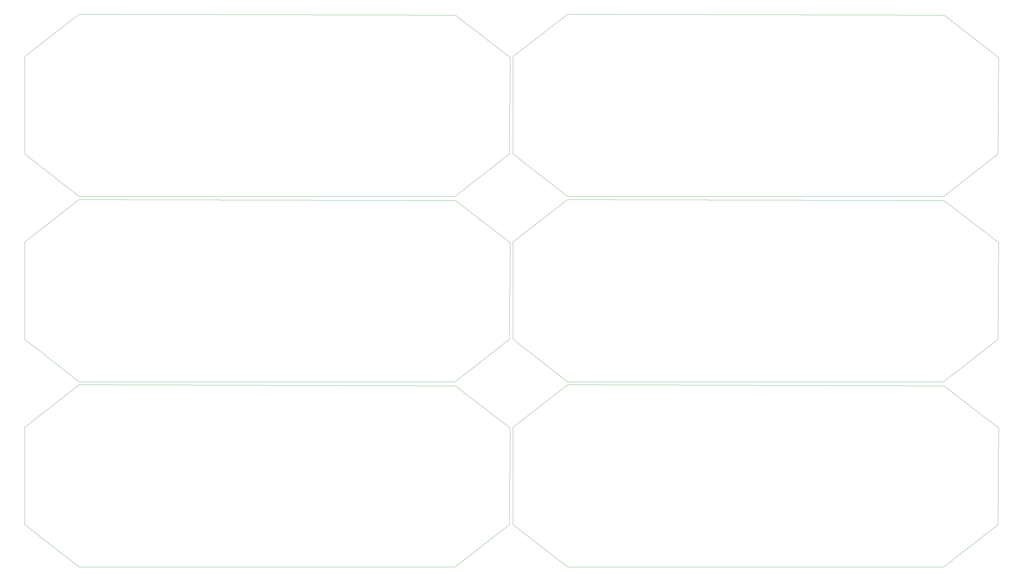
<source format=gbr>
%TF.GenerationSoftware,KiCad,Pcbnew,7.0.6-7.0.6~ubuntu20.04.1*%
%TF.CreationDate,2023-07-11T09:09:46+02:00*%
%TF.ProjectId,output_panel2023-07-11_070926.4017960000,6f757470-7574-45f7-9061-6e656c323032,rev?*%
%TF.SameCoordinates,Original*%
%TF.FileFunction,Profile,NP*%
%FSLAX45Y45*%
G04 Gerber Fmt 4.5, Leading zero omitted, Abs format (unit mm)*
G04 Created by KiCad (PCBNEW 7.0.6-7.0.6~ubuntu20.04.1) date 2023-07-11 09:09:46*
%MOMM*%
%LPD*%
G01*
G04 APERTURE LIST*
%TA.AperFunction,Profile*%
%ADD10C,0.100000*%
%TD*%
G04 APERTURE END LIST*
D10*
X30389999Y-6209999D02*
X32189999Y-7599999D01*
X1850000Y-12289999D02*
X14270000Y-12329999D01*
X16050000Y-4670000D02*
X14250000Y-6070000D01*
X14250000Y-12189999D02*
X1850000Y-12189999D01*
X17969999Y-6169999D02*
X30389999Y-6209999D01*
X32189999Y-7599999D02*
X32169999Y-10789999D01*
X16169999Y-1450000D02*
X17969999Y-50000D01*
X17969999Y-18309999D02*
X16169999Y-16909999D01*
X1850000Y-12189999D02*
X50000Y-10789999D01*
X50000Y-16909999D02*
X50000Y-13689999D01*
X14270000Y-6209999D02*
X16070000Y-7599999D01*
X1850000Y-50000D02*
X14270000Y-90000D01*
X32189999Y-13719999D02*
X32169999Y-16909999D01*
X32169999Y-10789999D02*
X30369999Y-12189999D01*
X50000Y-1450000D02*
X1850000Y-50000D01*
X32169999Y-16909999D02*
X30369999Y-18309999D01*
X16169999Y-10789999D02*
X16169999Y-7569999D01*
X16070000Y-7599999D02*
X16050000Y-10789999D01*
X32169999Y-4670000D02*
X30369999Y-6070000D01*
X17969999Y-12289999D02*
X30389999Y-12329999D01*
X50000Y-7569999D02*
X1850000Y-6169999D01*
X16070000Y-13719999D02*
X16050000Y-16909999D01*
X30369999Y-18309999D02*
X17969999Y-18309999D01*
X14270000Y-90000D02*
X16070000Y-1480000D01*
X50000Y-10789999D02*
X50000Y-7569999D01*
X30369999Y-12189999D02*
X17969999Y-12189999D01*
X17969999Y-6070000D02*
X16169999Y-4670000D01*
X16050000Y-16909999D02*
X14250000Y-18309999D01*
X50000Y-4670000D02*
X50000Y-1450000D01*
X30389999Y-12329999D02*
X32189999Y-13719999D01*
X1850000Y-6169999D02*
X14270000Y-6209999D01*
X16050000Y-10789999D02*
X14250000Y-12189999D01*
X50000Y-13689999D02*
X1850000Y-12289999D01*
X14270000Y-12329999D02*
X16070000Y-13719999D01*
X30369999Y-6070000D02*
X17969999Y-6070000D01*
X1850000Y-6070000D02*
X50000Y-4670000D01*
X30389999Y-90000D02*
X32189999Y-1480000D01*
X32189999Y-1480000D02*
X32169999Y-4670000D01*
X1850000Y-18309999D02*
X50000Y-16909999D01*
X16169999Y-16909999D02*
X16169999Y-13689999D01*
X14250000Y-18309999D02*
X1850000Y-18309999D01*
X16169999Y-7569999D02*
X17969999Y-6169999D01*
X17969999Y-12189999D02*
X16169999Y-10789999D01*
X17969999Y-50000D02*
X30389999Y-90000D01*
X16169999Y-13689999D02*
X17969999Y-12289999D01*
X16070000Y-1480000D02*
X16050000Y-4670000D01*
X16169999Y-4670000D02*
X16169999Y-1450000D01*
X14250000Y-6070000D02*
X1850000Y-6070000D01*
X30389999Y-6209999D02*
X32189999Y-7599999D01*
X1850000Y-12289999D02*
X14270000Y-12329999D01*
X16050000Y-4670000D02*
X14250000Y-6070000D01*
X14250000Y-12189999D02*
X1850000Y-12189999D01*
X17969999Y-6169999D02*
X30389999Y-6209999D01*
X32189999Y-7599999D02*
X32169999Y-10789999D01*
X16169999Y-1450000D02*
X17969999Y-50000D01*
X17969999Y-18309999D02*
X16169999Y-16909999D01*
X1850000Y-12189999D02*
X50000Y-10789999D01*
X50000Y-16909999D02*
X50000Y-13689999D01*
X14270000Y-6209999D02*
X16070000Y-7599999D01*
X1850000Y-50000D02*
X14270000Y-90000D01*
X32189999Y-13719999D02*
X32169999Y-16909999D01*
X32169999Y-10789999D02*
X30369999Y-12189999D01*
X50000Y-1450000D02*
X1850000Y-50000D01*
X32169999Y-16909999D02*
X30369999Y-18309999D01*
X16169999Y-10789999D02*
X16169999Y-7569999D01*
X16070000Y-7599999D02*
X16050000Y-10789999D01*
X32169999Y-4670000D02*
X30369999Y-6070000D01*
X17969999Y-12289999D02*
X30389999Y-12329999D01*
X50000Y-7569999D02*
X1850000Y-6169999D01*
X16070000Y-13719999D02*
X16050000Y-16909999D01*
X30369999Y-18309999D02*
X17969999Y-18309999D01*
X14270000Y-90000D02*
X16070000Y-1480000D01*
X50000Y-10789999D02*
X50000Y-7569999D01*
X30369999Y-12189999D02*
X17969999Y-12189999D01*
X17969999Y-6070000D02*
X16169999Y-4670000D01*
X16050000Y-16909999D02*
X14250000Y-18309999D01*
X50000Y-4670000D02*
X50000Y-1450000D01*
X30389999Y-12329999D02*
X32189999Y-13719999D01*
X1850000Y-6169999D02*
X14270000Y-6209999D01*
X16050000Y-10789999D02*
X14250000Y-12189999D01*
X50000Y-13689999D02*
X1850000Y-12289999D01*
X14270000Y-12329999D02*
X16070000Y-13719999D01*
X30369999Y-6070000D02*
X17969999Y-6070000D01*
X1850000Y-6070000D02*
X50000Y-4670000D01*
X30389999Y-90000D02*
X32189999Y-1480000D01*
X32189999Y-1480000D02*
X32169999Y-4670000D01*
X1850000Y-18309999D02*
X50000Y-16909999D01*
X16169999Y-16909999D02*
X16169999Y-13689999D01*
X14250000Y-18309999D02*
X1850000Y-18309999D01*
X16169999Y-7569999D02*
X17969999Y-6169999D01*
X17969999Y-12189999D02*
X16169999Y-10789999D01*
X17969999Y-50000D02*
X30389999Y-90000D01*
X16169999Y-13689999D02*
X17969999Y-12289999D01*
X16070000Y-1480000D02*
X16050000Y-4670000D01*
X16169999Y-4670000D02*
X16169999Y-1450000D01*
X14250000Y-6070000D02*
X1850000Y-6070000D01*
M02*

</source>
